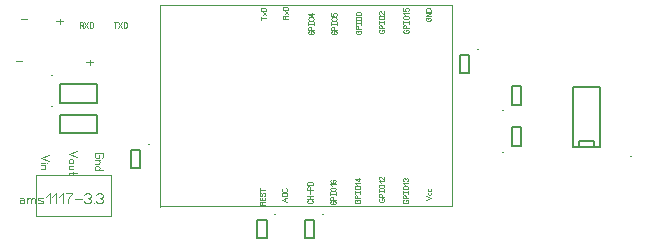
<source format=gbr>
%FSLAX34Y34*%
%MOMM*%
%LNCOPPER_BOTTOM*%
G71*
G01*
%ADD10C, 0.09*%
%ADD11C, 0.10*%
%ADD12C, 0.11*%
%ADD13C, 0.06*%
%ADD14C, 0.00*%
%ADD15C, 0.15*%
%ADD16C, 0.21*%
%LPD*%
G54D10*
X107609Y27783D02*
X107609Y25649D01*
X105386Y25649D01*
X104497Y26183D01*
X104053Y27250D01*
X104053Y28316D01*
X104497Y29383D01*
X105386Y29916D01*
X109831Y29916D01*
X110720Y29383D01*
X111164Y28316D01*
X111164Y27249D01*
X110720Y26183D01*
X109831Y25649D01*
G54D10*
X104053Y23693D02*
X108053Y23693D01*
G54D10*
X107164Y23693D02*
X107786Y23160D01*
X108053Y22093D01*
X107786Y21026D01*
X107164Y20493D01*
X104053Y20493D01*
G54D10*
X104053Y15337D02*
X111164Y15337D01*
G54D10*
X106897Y15337D02*
X107786Y15871D01*
X108053Y16937D01*
X107786Y18004D01*
X106897Y18537D01*
X105120Y18537D01*
X104231Y18004D01*
X104053Y16937D01*
X104230Y15871D01*
X105120Y15337D01*
G54D10*
X65126Y28328D02*
X58014Y25662D01*
X65125Y22995D01*
G54D10*
X58014Y21040D02*
X62014Y21040D01*
G54D10*
X63348Y21040D02*
X63348Y21040D01*
G54D10*
X58014Y19084D02*
X62014Y19084D01*
G54D10*
X61126Y19084D02*
X61748Y18550D01*
X62014Y17484D01*
X61748Y16417D01*
X61126Y15884D01*
X58014Y15884D01*
G54D11*
X117426Y10925D02*
X117426Y-23975D01*
X53926Y-23975D01*
X53926Y10925D01*
X117426Y10925D01*
G54D12*
X40279Y-8623D02*
X41612Y-8068D01*
X43212Y-8068D01*
X44279Y-9179D01*
X44279Y-13068D01*
G54D12*
X44279Y-11401D02*
X43612Y-10290D01*
X42279Y-10068D01*
X40946Y-10290D01*
X40279Y-11401D01*
X40546Y-12512D01*
X41612Y-13068D01*
X42279Y-13068D01*
X42546Y-13068D01*
X43612Y-12512D01*
X44279Y-11401D01*
G54D12*
X46723Y-13068D02*
X46723Y-8068D01*
G54D12*
X46723Y-8957D02*
X48056Y-8068D01*
X49390Y-8401D01*
X50056Y-9179D01*
X50056Y-13068D01*
G54D12*
X50056Y-8957D02*
X51390Y-8068D01*
X52723Y-8401D01*
X53390Y-9179D01*
X53390Y-13068D01*
G54D12*
X55834Y-12512D02*
X57167Y-13068D01*
X58501Y-13068D01*
X59834Y-12512D01*
X59834Y-11401D01*
X59167Y-10846D01*
X56501Y-10290D01*
X55834Y-9734D01*
X55834Y-8623D01*
X57167Y-8068D01*
X58501Y-8068D01*
X59834Y-8623D01*
G54D12*
X62278Y-7512D02*
X65611Y-4179D01*
X65611Y-13068D01*
G54D12*
X68055Y-7512D02*
X71388Y-4179D01*
X71388Y-13068D01*
G54D12*
X73832Y-7512D02*
X77165Y-4179D01*
X77165Y-13068D01*
G54D12*
X79609Y-4179D02*
X84942Y-4179D01*
X84276Y-5290D01*
X82942Y-6957D01*
X81609Y-9179D01*
X80942Y-10846D01*
X80942Y-13068D01*
G54D12*
X87386Y-9179D02*
X92719Y-9179D01*
G54D12*
X95163Y-5846D02*
X95830Y-4734D01*
X97163Y-4179D01*
X98496Y-4179D01*
X99830Y-4734D01*
X100496Y-5846D01*
X100496Y-6957D01*
X99830Y-8068D01*
X98496Y-8623D01*
X99830Y-9179D01*
X100496Y-10290D01*
X100496Y-11401D01*
X99830Y-12512D01*
X98496Y-13068D01*
X97163Y-13068D01*
X95830Y-12512D01*
X95163Y-11401D01*
G54D12*
X102940Y-13068D02*
X102940Y-13068D01*
G54D12*
X105384Y-5846D02*
X106051Y-4734D01*
X107384Y-4179D01*
X108717Y-4179D01*
X110051Y-4734D01*
X110717Y-5846D01*
X110717Y-6957D01*
X110051Y-8068D01*
X108717Y-8623D01*
X110051Y-9179D01*
X110717Y-10290D01*
X110717Y-11401D01*
X110051Y-12512D01*
X108717Y-13068D01*
X107384Y-13068D01*
X106051Y-12512D01*
X105384Y-11401D01*
G54D10*
X88939Y31504D02*
X81828Y28837D01*
X88939Y26170D01*
G54D10*
X82895Y21015D02*
X84672Y21015D01*
X85561Y21548D01*
X85828Y22615D01*
X85561Y23681D01*
X84672Y24214D01*
X82895Y24215D01*
X82006Y23681D01*
X81828Y22614D01*
X82006Y21548D01*
X82895Y21015D01*
G54D10*
X85828Y15859D02*
X81828Y15859D01*
G54D10*
X82717Y15859D02*
X82006Y16392D01*
X81828Y17458D01*
X82006Y18525D01*
X82717Y19058D01*
X85828Y19058D01*
G54D10*
X88939Y12836D02*
X82272Y12836D01*
X81828Y12303D01*
X82006Y11769D01*
G54D10*
X85828Y13903D02*
X85828Y11769D01*
G54D13*
X248715Y143713D02*
X244271Y143713D01*
G54D13*
X244271Y142380D02*
X244271Y145046D01*
G54D13*
X246215Y146269D02*
X248715Y148935D01*
G54D13*
X248715Y146269D02*
X246215Y148935D01*
G54D13*
X248715Y150157D02*
X244270Y150157D01*
X244270Y151824D01*
X244548Y152491D01*
X245104Y152824D01*
X247882Y152824D01*
X248437Y152490D01*
X248715Y151824D01*
X248715Y150157D01*
G54D13*
X265146Y144507D02*
X265701Y145507D01*
X266257Y145840D01*
X267368Y145840D01*
G54D13*
X267368Y143173D02*
X262924Y143173D01*
X262924Y144840D01*
X263201Y145506D01*
X263757Y145840D01*
X264313Y145840D01*
X264868Y145506D01*
X265146Y144840D01*
X265146Y143173D01*
G54D13*
X264868Y147062D02*
X267368Y149728D01*
G54D13*
X267368Y147062D02*
X264868Y149729D01*
G54D13*
X267368Y150951D02*
X262924Y150951D01*
X262924Y152618D01*
X263201Y153284D01*
X263757Y153618D01*
X266535Y153617D01*
X267090Y153284D01*
X267368Y152618D01*
X267368Y150951D01*
G54D13*
X286974Y131494D02*
X286974Y132828D01*
X288363Y132827D01*
X288918Y132494D01*
X289196Y131827D01*
X289196Y131161D01*
X288918Y130494D01*
X288363Y130161D01*
X285585Y130161D01*
X285029Y130494D01*
X284751Y131161D01*
X284751Y131828D01*
X285030Y132494D01*
X285585Y132828D01*
G54D13*
X289195Y134050D02*
X284752Y134050D01*
X284751Y135717D01*
X285029Y136383D01*
X285585Y136717D01*
X286140Y136717D01*
X286696Y136383D01*
X286974Y135717D01*
X286973Y134050D01*
G54D13*
X289196Y137939D02*
X289196Y140606D01*
G54D13*
X289196Y139273D02*
X284751Y139272D01*
G54D13*
X284751Y137939D02*
X284751Y140606D01*
G54D13*
X285585Y144495D02*
X288363Y144495D01*
X288918Y144161D01*
X289196Y143495D01*
X289196Y142828D01*
X288918Y142161D01*
X288363Y141828D01*
X285585Y141828D01*
X285029Y142161D01*
X284751Y142828D01*
X284751Y143495D01*
X285029Y144161D01*
X285585Y144495D01*
G54D13*
X289196Y147717D02*
X284752Y147717D01*
X287529Y145717D01*
X288085Y145717D01*
X288085Y148384D01*
G54D14*
X406797Y154781D02*
X406797Y-15479D01*
G54D14*
X406797Y154781D02*
X158750Y154781D01*
X158750Y-15875D01*
G54D14*
X406797Y-15479D02*
X158749Y-15478D01*
G54D13*
X306421Y131495D02*
X306421Y132828D01*
X307809Y132828D01*
X308365Y132494D01*
X308643Y131827D01*
X308643Y131161D01*
X308365Y130494D01*
X307809Y130161D01*
X305031Y130161D01*
X304476Y130494D01*
X304198Y131161D01*
X304199Y131827D01*
X304476Y132495D01*
X305032Y132828D01*
G54D13*
X308643Y134050D02*
X304198Y134050D01*
X304198Y135717D01*
X304476Y136383D01*
X305032Y136717D01*
X305587Y136717D01*
X306143Y136383D01*
X306420Y135717D01*
X306421Y134050D01*
G54D13*
X308643Y137939D02*
X308643Y140605D01*
G54D13*
X308643Y139272D02*
X304199Y139272D01*
G54D13*
X304199Y137939D02*
X304198Y140606D01*
G54D13*
X305032Y144495D02*
X307810Y144495D01*
X308365Y144162D01*
X308643Y143494D01*
X308643Y142828D01*
X308365Y142161D01*
X307810Y141828D01*
X305032Y141828D01*
X304476Y142161D01*
X304198Y142828D01*
X304198Y143495D01*
X304476Y144161D01*
X305032Y144495D01*
G54D13*
X304198Y148384D02*
X304198Y145717D01*
X306143Y145717D01*
X306143Y146050D01*
X305865Y146717D01*
X305865Y147384D01*
X306143Y148050D01*
X306698Y148384D01*
X307810Y148384D01*
X308365Y148050D01*
X308643Y147384D01*
X308643Y146717D01*
X308365Y146050D01*
X307810Y145717D01*
G54D13*
X327058Y131891D02*
X327059Y133225D01*
X328447Y133224D01*
X329003Y132891D01*
X329280Y132225D01*
X329280Y131558D01*
X329003Y130892D01*
X328447Y130558D01*
X325669Y130558D01*
X325114Y130891D01*
X324836Y131558D01*
X324836Y132224D01*
X325113Y132891D01*
X325669Y133225D01*
G54D13*
X329280Y134447D02*
X324836Y134447D01*
X324836Y136113D01*
X325113Y136780D01*
X325669Y137114D01*
X326224Y137114D01*
X326780Y136780D01*
X327058Y136114D01*
X327058Y134447D01*
G54D13*
X329280Y138336D02*
X329281Y141003D01*
G54D13*
X329280Y139669D02*
X324836Y139669D01*
G54D13*
X324836Y138336D02*
X324836Y141002D01*
G54D13*
X325669Y144892D02*
X328447Y144891D01*
X329003Y144558D01*
X329280Y143891D01*
X329280Y143225D01*
X329003Y142558D01*
X328447Y142225D01*
X325669Y142225D01*
X325114Y142559D01*
X324836Y143225D01*
X324836Y143891D01*
X325114Y144558D01*
X325669Y144892D01*
G54D13*
X325669Y148781D02*
X328447Y148781D01*
X329003Y148447D01*
X329280Y147781D01*
X329280Y147114D01*
X329003Y146448D01*
X328447Y146114D01*
X325669Y146114D01*
X325114Y146447D01*
X324836Y147114D01*
X324836Y147781D01*
X325114Y148447D01*
X325669Y148781D01*
G54D13*
X346902Y132685D02*
X346902Y134018D01*
X348291Y134018D01*
X348846Y133685D01*
X349124Y133019D01*
X349124Y132352D01*
X348846Y131685D01*
X348290Y131352D01*
X345513Y131352D01*
X344957Y131685D01*
X344680Y132352D01*
X344680Y133018D01*
X344957Y133685D01*
X345513Y134019D01*
G54D13*
X349124Y135240D02*
X344680Y135240D01*
X344680Y136907D01*
X344958Y137574D01*
X345513Y137907D01*
X346068Y137907D01*
X346624Y137574D01*
X346902Y136907D01*
X346902Y135240D01*
G54D13*
X349124Y139129D02*
X349124Y141797D01*
G54D13*
X349124Y140463D02*
X344680Y140463D01*
G54D13*
X344680Y139130D02*
X344680Y141796D01*
G54D13*
X345513Y145685D02*
X348291Y145685D01*
X348846Y145352D01*
X349124Y144685D01*
X349124Y144019D01*
X348846Y143352D01*
X348291Y143019D01*
X345513Y143019D01*
X344958Y143352D01*
X344679Y144019D01*
X344680Y144686D01*
X344958Y145352D01*
X345513Y145685D01*
G54D13*
X349124Y149574D02*
X349124Y146907D01*
X348846Y146908D01*
X348291Y147241D01*
X346624Y149241D01*
X346068Y149574D01*
X345513Y149575D01*
X344957Y149241D01*
X344680Y148574D01*
X344680Y147908D01*
X344957Y147241D01*
X345513Y146907D01*
G54D13*
X367540Y132685D02*
X367540Y134018D01*
X368928Y134018D01*
X369484Y133685D01*
X369762Y133018D01*
X369762Y132352D01*
X369484Y131685D01*
X368928Y131352D01*
X366151Y131352D01*
X365595Y131685D01*
X365318Y132352D01*
X365318Y133019D01*
X365595Y133685D01*
X366150Y134018D01*
G54D13*
X369762Y135241D02*
X365317Y135241D01*
X365317Y136907D01*
X365595Y137574D01*
X366150Y137907D01*
X366706Y137907D01*
X367262Y137574D01*
X367540Y136907D01*
X367539Y135241D01*
G54D13*
X369762Y139130D02*
X369762Y141796D01*
G54D13*
X369762Y140463D02*
X365317Y140463D01*
G54D13*
X365317Y139130D02*
X365317Y141796D01*
G54D13*
X366151Y145685D02*
X368928Y145685D01*
X369484Y145352D01*
X369762Y144686D01*
X369762Y144018D01*
X369484Y143352D01*
X368928Y143019D01*
X366150Y143019D01*
X365595Y143352D01*
X365317Y144018D01*
X365317Y144686D01*
X365595Y145352D01*
X366151Y145685D01*
G54D13*
X366984Y146908D02*
X365317Y148574D01*
X369762Y148574D01*
G54D13*
X365317Y152463D02*
X365317Y149797D01*
X367262Y149797D01*
X367262Y150130D01*
X366984Y150797D01*
X366984Y151463D01*
X367262Y152130D01*
X367817Y152463D01*
X368928Y152463D01*
X369484Y152130D01*
X369762Y151463D01*
X369762Y150797D01*
X369484Y150130D01*
X368928Y149797D01*
G54D13*
X386193Y142955D02*
X386192Y144289D01*
X387581Y144289D01*
X388137Y143955D01*
X388415Y143288D01*
X388415Y142622D01*
X388137Y141955D01*
X387582Y141622D01*
X384804Y141622D01*
X384248Y141955D01*
X383970Y142622D01*
X383970Y143288D01*
X384248Y143955D01*
X384804Y144289D01*
G54D13*
X388415Y145511D02*
X383970Y145511D01*
X388415Y148178D01*
X383970Y148178D01*
G54D13*
X388415Y149400D02*
X383970Y149400D01*
X383970Y151066D01*
X384248Y151733D01*
X384804Y152067D01*
X387582Y152067D01*
X388137Y151733D01*
X388415Y151067D01*
X388415Y149400D01*
G54D13*
X245699Y-12962D02*
X246254Y-11962D01*
X246810Y-11629D01*
X247922Y-11629D01*
G54D13*
X247922Y-14295D02*
X243477Y-14295D01*
X243477Y-12628D01*
X243754Y-11962D01*
X244310Y-11628D01*
X244865Y-11628D01*
X245421Y-11962D01*
X245699Y-12628D01*
X245699Y-14295D01*
G54D13*
X247922Y-8073D02*
X247921Y-10406D01*
X243477Y-10406D01*
X243477Y-8073D01*
G54D13*
X245699Y-10406D02*
X245699Y-8073D01*
G54D13*
X247088Y-6851D02*
X247643Y-6518D01*
X247922Y-5851D01*
X247922Y-5184D01*
X247643Y-4518D01*
X247088Y-4184D01*
X246532Y-4184D01*
X245977Y-4518D01*
X245699Y-5185D01*
X245699Y-5851D01*
X245421Y-6518D01*
X244866Y-6851D01*
X244310Y-6851D01*
X243754Y-6518D01*
X243477Y-5851D01*
X243477Y-5185D01*
X243754Y-4518D01*
X244310Y-4185D01*
G54D13*
X247922Y-1629D02*
X243477Y-1629D01*
G54D13*
X243477Y-2962D02*
X243477Y-295D01*
G54D13*
X266971Y-11426D02*
X262527Y-9760D01*
X266971Y-8093D01*
G54D13*
X265305Y-10760D02*
X265304Y-8759D01*
G54D13*
X266971Y-6871D02*
X262527Y-6872D01*
X262527Y-5204D01*
X262805Y-4538D01*
X263360Y-4205D01*
X266138Y-4205D01*
X266694Y-4538D01*
X266971Y-5204D01*
X266971Y-6871D01*
G54D13*
X266138Y-316D02*
X266694Y-649D01*
X266971Y-1316D01*
X266971Y-1982D01*
X266694Y-2649D01*
X266138Y-2982D01*
X263360Y-2982D01*
X262804Y-2649D01*
X262527Y-1982D01*
X262527Y-1316D01*
X262804Y-649D01*
X263360Y-316D01*
G54D13*
X287569Y-10333D02*
X288125Y-10666D01*
X288403Y-11333D01*
X288403Y-12000D01*
X288125Y-12666D01*
X287569Y-12999D01*
X284791Y-12999D01*
X284236Y-12666D01*
X283958Y-11999D01*
X283958Y-11333D01*
X284235Y-10666D01*
X284791Y-10332D01*
G54D13*
X288402Y-9110D02*
X283958Y-9110D01*
G54D13*
X288402Y-6444D02*
X283958Y-6444D01*
G54D13*
X286180Y-9110D02*
X286180Y-6444D01*
G54D13*
X286458Y-5221D02*
X286458Y-2555D01*
G54D13*
X288402Y-1332D02*
X283958Y-1332D01*
X283958Y334D01*
X284236Y1001D01*
X284791Y1334D01*
X285347Y1334D01*
X285902Y1001D01*
X286181Y334D01*
X286180Y-1332D01*
G54D13*
X288402Y2557D02*
X283958Y2557D01*
X283958Y4223D01*
X284236Y4890D01*
X284791Y5223D01*
X287569Y5223D01*
X288125Y4890D01*
X288402Y4223D01*
X288402Y2557D01*
G54D13*
X305627Y-12571D02*
X305627Y-11238D01*
X307016Y-11238D01*
X307571Y-11571D01*
X307849Y-12238D01*
X307849Y-12905D01*
X307572Y-13571D01*
X307016Y-13905D01*
X304238Y-13905D01*
X303682Y-13571D01*
X303405Y-12905D01*
X303405Y-12238D01*
X303682Y-11571D01*
X304238Y-11238D01*
G54D13*
X307849Y-10016D02*
X303405Y-10016D01*
X303405Y-8349D01*
X303682Y-7682D01*
X304238Y-7349D01*
X304793Y-7349D01*
X305349Y-7682D01*
X305627Y-8349D01*
X305627Y-10016D01*
G54D13*
X307849Y-6127D02*
X307849Y-3460D01*
G54D13*
X307849Y-4793D02*
X303405Y-4793D01*
G54D13*
X303405Y-6127D02*
X303405Y-3460D01*
G54D13*
X304238Y429D02*
X307016Y429D01*
X307571Y96D01*
X307849Y-571D01*
X307849Y-1237D01*
X307571Y-1904D01*
X307016Y-2238D01*
X304238Y-2238D01*
X303682Y-1904D01*
X303405Y-1238D01*
X303405Y-571D01*
X303682Y96D01*
X304238Y429D01*
G54D13*
X305071Y1651D02*
X303404Y3318D01*
X307849Y3318D01*
G54D13*
X304238Y7207D02*
X303682Y6874D01*
X303405Y6207D01*
X303405Y5540D01*
X303682Y4874D01*
X304238Y4540D01*
X305627Y4541D01*
X305905Y4540D01*
X305350Y5540D01*
X305349Y6207D01*
X305627Y6873D01*
X306183Y7207D01*
X307016Y7207D01*
X307572Y6874D01*
X307849Y6207D01*
X307849Y5540D01*
X307571Y4874D01*
X307016Y4540D01*
X305627Y4541D01*
G54D13*
X326264Y-11343D02*
X326264Y-10010D01*
X327653Y-10010D01*
X328209Y-10343D01*
X328487Y-11010D01*
X328487Y-11676D01*
X328209Y-12343D01*
X327653Y-12676D01*
X324876Y-12676D01*
X324320Y-12343D01*
X324042Y-11676D01*
X324042Y-11010D01*
X324320Y-10343D01*
X324876Y-10010D01*
G54D13*
X328487Y-8787D02*
X324042Y-8788D01*
X324042Y-7121D01*
X324320Y-6454D01*
X324876Y-6121D01*
X325431Y-6121D01*
X325987Y-6454D01*
X326264Y-7121D01*
X326265Y-8788D01*
G54D13*
X328487Y-4898D02*
X328487Y-2232D01*
G54D13*
X328487Y-3565D02*
X324042Y-3565D01*
G54D13*
X324042Y-4898D02*
X324042Y-2232D01*
G54D13*
X324876Y1657D02*
X327654Y1657D01*
X328209Y1324D01*
X328487Y658D01*
X328487Y-9D01*
X328209Y-676D01*
X327654Y-1009D01*
X324876Y-1009D01*
X324320Y-676D01*
X324042Y-9D01*
X324042Y657D01*
X324320Y1324D01*
X324876Y1657D01*
G54D13*
X325709Y2880D02*
X324042Y4547D01*
X328487Y4546D01*
G54D13*
X328487Y7768D02*
X324042Y7769D01*
X326820Y5769D01*
X327376Y5769D01*
X327376Y8435D01*
G54D13*
X346902Y-10189D02*
X346902Y-8856D01*
X348290Y-8856D01*
X348846Y-9190D01*
X349124Y-9856D01*
X349124Y-10523D01*
X348846Y-11189D01*
X348290Y-11523D01*
X345513Y-11523D01*
X344957Y-11190D01*
X344680Y-10523D01*
X344680Y-9856D01*
X344957Y-9190D01*
X345513Y-8856D01*
G54D13*
X349124Y-7634D02*
X344680Y-7634D01*
X344680Y-5967D01*
X344958Y-5300D01*
X345513Y-4967D01*
X346068Y-4967D01*
X346624Y-5300D01*
X346902Y-5967D01*
X346902Y-7634D01*
G54D13*
X349124Y-3745D02*
X349124Y-1078D01*
G54D13*
X349124Y-2412D02*
X344680Y-2411D01*
G54D13*
X344680Y-3745D02*
X344680Y-1078D01*
G54D13*
X345513Y2811D02*
X348290Y2811D01*
X348846Y2478D01*
X349124Y1811D01*
X349124Y1144D01*
X348846Y478D01*
X348291Y144D01*
X345513Y144D01*
X344957Y478D01*
X344679Y1144D01*
X344680Y1811D01*
X344957Y2477D01*
X345513Y2811D01*
G54D13*
X346346Y4033D02*
X344679Y5700D01*
X349124Y5700D01*
G54D13*
X349124Y9589D02*
X349124Y6922D01*
X348846Y6922D01*
X348291Y7255D01*
X346624Y9256D01*
X346068Y9588D01*
X345513Y9589D01*
X344957Y9255D01*
X344680Y8589D01*
X344680Y7922D01*
X344957Y7255D01*
X345513Y6922D01*
G54D13*
X367143Y-11380D02*
X367143Y-10046D01*
X368532Y-10047D01*
X369087Y-10380D01*
X369365Y-11047D01*
X369365Y-11713D01*
X369087Y-12380D01*
X368532Y-12713D01*
X365754Y-12713D01*
X365198Y-12380D01*
X364920Y-11713D01*
X364920Y-11046D01*
X365198Y-10380D01*
X365754Y-10047D01*
G54D13*
X369364Y-8824D02*
X364920Y-8824D01*
X364920Y-7158D01*
X365198Y-6491D01*
X365754Y-6158D01*
X366309Y-6158D01*
X366865Y-6491D01*
X367142Y-7158D01*
X367143Y-8824D01*
G54D13*
X369365Y-4935D02*
X369365Y-2269D01*
G54D13*
X369365Y-3602D02*
X364920Y-3602D01*
G54D13*
X364920Y-4935D02*
X364920Y-2269D01*
G54D13*
X365754Y1620D02*
X368532Y1620D01*
X369087Y1287D01*
X369365Y620D01*
X369365Y-46D01*
X369087Y-713D01*
X368532Y-1046D01*
X365754Y-1046D01*
X365198Y-713D01*
X364920Y-47D01*
X364920Y620D01*
X365198Y1287D01*
X365754Y1620D01*
G54D13*
X366587Y2843D02*
X364920Y4510D01*
X369365Y4509D01*
G54D13*
X365754Y5732D02*
X365198Y6065D01*
X364920Y6732D01*
X364920Y7398D01*
X365198Y8065D01*
X365754Y8398D01*
X366309Y8398D01*
X366865Y8065D01*
X367143Y7398D01*
X367420Y8065D01*
X367976Y8398D01*
X368532Y8399D01*
X369087Y8065D01*
X369365Y7398D01*
X369365Y6732D01*
X369087Y6065D01*
X368532Y5732D01*
G54D13*
X383970Y-10244D02*
X388414Y-8578D01*
X383970Y-6911D01*
G54D13*
X386082Y-4022D02*
X385915Y-4689D01*
X386082Y-5356D01*
X386637Y-5690D01*
X387748Y-5689D01*
X388304Y-5356D01*
X388415Y-4689D01*
X388304Y-4022D01*
G54D13*
X386082Y-1134D02*
X385915Y-1800D01*
X386081Y-2467D01*
X386637Y-2800D01*
X387748Y-2800D01*
X388304Y-2467D01*
X388415Y-1800D01*
X388304Y-1134D01*
G54D15*
X74619Y87969D02*
X105819Y87969D01*
X105819Y72369D01*
X74619Y72369D01*
X74619Y87969D01*
G54D16*
X67319Y95769D02*
X67319Y95769D01*
G54D15*
X74619Y61775D02*
X105819Y61775D01*
X105819Y46175D01*
X74619Y46175D01*
X74619Y61775D01*
G54D16*
X67319Y69575D02*
X67319Y69575D01*
G54D15*
X281862Y-26930D02*
X289662Y-26930D01*
X289662Y-42530D01*
X281862Y-42530D01*
X281862Y-26930D01*
G54D16*
X296912Y-21930D02*
X296912Y-21930D01*
G54D15*
X241538Y-26930D02*
X249338Y-26930D01*
X249338Y-42530D01*
X241538Y-42530D01*
X241538Y-26930D01*
G54D16*
X256588Y-21930D02*
X256588Y-21930D01*
G54D15*
X412988Y112770D02*
X420788Y112770D01*
X420788Y97170D01*
X412988Y97170D01*
X412988Y112770D01*
G54D16*
X428038Y117770D02*
X428038Y117770D01*
G54D15*
X134381Y32601D02*
X142181Y32601D01*
X142181Y17001D01*
X134381Y17001D01*
X134381Y32601D01*
G54D16*
X149431Y37601D02*
X149431Y37601D01*
G54D15*
X508917Y34570D02*
X531917Y34570D01*
X531917Y85670D01*
X508917Y85670D01*
X508917Y34570D01*
G54D15*
X513917Y34570D02*
X526917Y34570D01*
X526917Y39570D01*
X513917Y39570D01*
X513917Y34570D01*
G54D16*
X557917Y27320D02*
X557917Y27320D01*
G54D15*
X464930Y35750D02*
X457130Y35750D01*
X457130Y51350D01*
X464930Y51350D01*
X464930Y35750D01*
G54D16*
X449880Y30750D02*
X449880Y30750D01*
G54D15*
X464930Y70675D02*
X457130Y70675D01*
X457130Y86275D01*
X464930Y86275D01*
X464930Y70675D01*
G54D16*
X449880Y65675D02*
X449880Y65675D01*
G54D12*
X41275Y142795D02*
X46608Y142795D01*
G54D12*
X71438Y141208D02*
X76771Y141208D01*
G54D12*
X74104Y143430D02*
X74104Y138985D01*
G54D13*
X92615Y137954D02*
X93615Y137398D01*
X93948Y136842D01*
X93948Y135731D01*
G54D13*
X91281Y135731D02*
X91281Y140176D01*
X92948Y140176D01*
X93615Y139898D01*
X93948Y139342D01*
X93948Y138787D01*
X93615Y138231D01*
X92948Y137954D01*
X91281Y137954D01*
G54D13*
X95170Y140176D02*
X98504Y135731D01*
G54D13*
X95170Y135731D02*
X98504Y140176D01*
G54D13*
X99725Y135731D02*
X99725Y140176D01*
X101392Y140176D01*
X102059Y139898D01*
X102392Y139342D01*
X102392Y136565D01*
X102059Y136009D01*
X101392Y135731D01*
X99725Y135731D01*
G54D13*
X121190Y135731D02*
X121190Y140176D01*
G54D13*
X119856Y140176D02*
X122523Y140176D01*
G54D13*
X123745Y140176D02*
X127079Y135731D01*
G54D13*
X123745Y135731D02*
X127079Y140176D01*
G54D13*
X128300Y135731D02*
X128300Y140176D01*
X129967Y140176D01*
X130634Y139898D01*
X130967Y139342D01*
X130967Y136565D01*
X130634Y136009D01*
X129967Y135731D01*
X128300Y135731D01*
G54D12*
X37306Y107870D02*
X42640Y107870D01*
G54D12*
X96838Y106283D02*
X102171Y106283D01*
G54D12*
X99504Y108505D02*
X99504Y104060D01*
M02*

</source>
